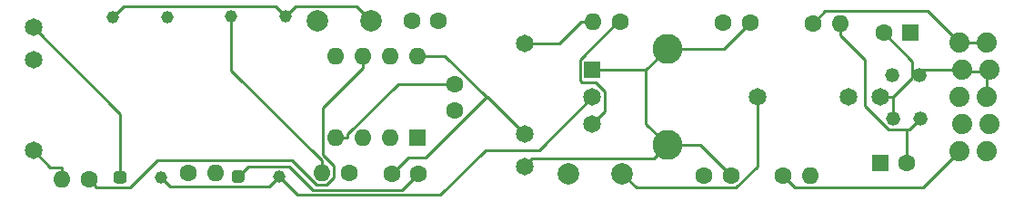
<source format=gbl>
G04 #@! TF.GenerationSoftware,KiCad,Pcbnew,5.1.4-e60b266~84~ubuntu18.04.1*
G04 #@! TF.CreationDate,2019-10-14T20:54:47+01:00*
G04 #@! TF.ProjectId,vcsk,7663736b-2e6b-4696-9361-645f70636258,rev?*
G04 #@! TF.SameCoordinates,Original*
G04 #@! TF.FileFunction,Copper,L2,Bot*
G04 #@! TF.FilePolarity,Positive*
%FSLAX46Y46*%
G04 Gerber Fmt 4.6, Leading zero omitted, Abs format (unit mm)*
G04 Created by KiCad (PCBNEW 5.1.4-e60b266~84~ubuntu18.04.1) date 2019-10-14 20:54:47*
%MOMM*%
%LPD*%
G04 APERTURE LIST*
%ADD10C,1.150000*%
%ADD11C,0.100000*%
%ADD12C,1.600000*%
%ADD13R,1.600000X1.600000*%
%ADD14O,1.600000X1.600000*%
%ADD15C,2.000000*%
%ADD16C,1.320800*%
%ADD17C,1.650000*%
%ADD18C,2.794000*%
%ADD19R,1.650000X1.650000*%
%ADD20C,1.879600*%
%ADD21C,0.250000*%
G04 APERTURE END LIST*
D10*
X117363000Y-112202000D03*
X118003000Y-97202000D03*
X112923000Y-97202000D03*
D11*
G36*
X113878680Y-111628384D02*
G01*
X113906588Y-111632524D01*
X113933957Y-111639380D01*
X113960521Y-111648885D01*
X113986027Y-111660948D01*
X114010226Y-111675452D01*
X114032888Y-111692259D01*
X114053793Y-111711207D01*
X114072741Y-111732112D01*
X114089548Y-111754774D01*
X114104052Y-111778973D01*
X114116115Y-111804479D01*
X114125620Y-111831043D01*
X114132476Y-111858412D01*
X114136616Y-111886320D01*
X114138000Y-111914500D01*
X114138000Y-112489500D01*
X114136616Y-112517680D01*
X114132476Y-112545588D01*
X114125620Y-112572957D01*
X114116115Y-112599521D01*
X114104052Y-112625027D01*
X114089548Y-112649226D01*
X114072741Y-112671888D01*
X114053793Y-112692793D01*
X114032888Y-112711741D01*
X114010226Y-112728548D01*
X113986027Y-112743052D01*
X113960521Y-112755115D01*
X113933957Y-112764620D01*
X113906588Y-112771476D01*
X113878680Y-112775616D01*
X113850500Y-112777000D01*
X113275500Y-112777000D01*
X113247320Y-112775616D01*
X113219412Y-112771476D01*
X113192043Y-112764620D01*
X113165479Y-112755115D01*
X113139973Y-112743052D01*
X113115774Y-112728548D01*
X113093112Y-112711741D01*
X113072207Y-112692793D01*
X113053259Y-112671888D01*
X113036452Y-112649226D01*
X113021948Y-112625027D01*
X113009885Y-112599521D01*
X113000380Y-112572957D01*
X112993524Y-112545588D01*
X112989384Y-112517680D01*
X112988000Y-112489500D01*
X112988000Y-111914500D01*
X112989384Y-111886320D01*
X112993524Y-111858412D01*
X113000380Y-111831043D01*
X113009885Y-111804479D01*
X113021948Y-111778973D01*
X113036452Y-111754774D01*
X113053259Y-111732112D01*
X113072207Y-111711207D01*
X113093112Y-111692259D01*
X113115774Y-111675452D01*
X113139973Y-111660948D01*
X113165479Y-111648885D01*
X113192043Y-111639380D01*
X113219412Y-111632524D01*
X113247320Y-111628384D01*
X113275500Y-111627000D01*
X113850500Y-111627000D01*
X113878680Y-111628384D01*
X113878680Y-111628384D01*
G37*
D10*
X113563000Y-112202000D03*
X128351000Y-112126000D03*
X128991000Y-97126000D03*
X123911000Y-97126000D03*
D11*
G36*
X124866680Y-111552384D02*
G01*
X124894588Y-111556524D01*
X124921957Y-111563380D01*
X124948521Y-111572885D01*
X124974027Y-111584948D01*
X124998226Y-111599452D01*
X125020888Y-111616259D01*
X125041793Y-111635207D01*
X125060741Y-111656112D01*
X125077548Y-111678774D01*
X125092052Y-111702973D01*
X125104115Y-111728479D01*
X125113620Y-111755043D01*
X125120476Y-111782412D01*
X125124616Y-111810320D01*
X125126000Y-111838500D01*
X125126000Y-112413500D01*
X125124616Y-112441680D01*
X125120476Y-112469588D01*
X125113620Y-112496957D01*
X125104115Y-112523521D01*
X125092052Y-112549027D01*
X125077548Y-112573226D01*
X125060741Y-112595888D01*
X125041793Y-112616793D01*
X125020888Y-112635741D01*
X124998226Y-112652548D01*
X124974027Y-112667052D01*
X124948521Y-112679115D01*
X124921957Y-112688620D01*
X124894588Y-112695476D01*
X124866680Y-112699616D01*
X124838500Y-112701000D01*
X124263500Y-112701000D01*
X124235320Y-112699616D01*
X124207412Y-112695476D01*
X124180043Y-112688620D01*
X124153479Y-112679115D01*
X124127973Y-112667052D01*
X124103774Y-112652548D01*
X124081112Y-112635741D01*
X124060207Y-112616793D01*
X124041259Y-112595888D01*
X124024452Y-112573226D01*
X124009948Y-112549027D01*
X123997885Y-112523521D01*
X123988380Y-112496957D01*
X123981524Y-112469588D01*
X123977384Y-112441680D01*
X123976000Y-112413500D01*
X123976000Y-111838500D01*
X123977384Y-111810320D01*
X123981524Y-111782412D01*
X123988380Y-111755043D01*
X123997885Y-111728479D01*
X124009948Y-111702973D01*
X124024452Y-111678774D01*
X124041259Y-111656112D01*
X124060207Y-111635207D01*
X124081112Y-111616259D01*
X124103774Y-111599452D01*
X124127973Y-111584948D01*
X124153479Y-111572885D01*
X124180043Y-111563380D01*
X124207412Y-111556524D01*
X124235320Y-111552384D01*
X124263500Y-111551000D01*
X124838500Y-111551000D01*
X124866680Y-111552384D01*
X124866680Y-111552384D01*
G37*
D10*
X124551000Y-112126000D03*
D12*
X186840000Y-110880000D03*
D13*
X184340000Y-110880000D03*
D12*
X184650000Y-98700000D03*
D13*
X187150000Y-98700000D03*
D12*
X140716000Y-97536000D03*
X143216000Y-97536000D03*
D14*
X122428000Y-111760000D03*
D12*
X119888000Y-111760000D03*
X134874000Y-111760000D03*
D14*
X132334000Y-111760000D03*
X141224000Y-100838000D03*
X133604000Y-108458000D03*
X138684000Y-100838000D03*
X136144000Y-108458000D03*
X136144000Y-100838000D03*
X138684000Y-108458000D03*
X133604000Y-100838000D03*
D13*
X141224000Y-108458000D03*
D14*
X177800000Y-112014000D03*
D12*
X175260000Y-112014000D03*
D14*
X180594000Y-97790000D03*
D12*
X178054000Y-97790000D03*
D14*
X108110000Y-112398000D03*
D12*
X110650000Y-112398000D03*
D14*
X157582000Y-97673200D03*
D12*
X160122000Y-97673200D03*
D15*
X131906000Y-97536000D03*
X136906000Y-97536000D03*
X155340000Y-111846000D03*
X160340000Y-111846000D03*
D12*
X138856000Y-111872000D03*
X141356000Y-111872000D03*
X144742000Y-103469000D03*
X144742000Y-105969000D03*
X167934000Y-112014000D03*
X170434000Y-112014000D03*
X172240000Y-97740000D03*
X169740000Y-97740000D03*
D16*
X185410000Y-102640000D03*
X187950000Y-102640000D03*
X185510000Y-106750000D03*
X188050000Y-106750000D03*
D17*
X105486000Y-98181000D03*
X105486000Y-101181000D03*
X105486000Y-109681000D03*
D18*
X164541000Y-100181000D03*
X164541000Y-109181000D03*
D17*
X157541000Y-107181000D03*
X157541000Y-104681000D03*
D19*
X157541000Y-102181000D03*
D17*
X151206000Y-111181000D03*
X151206000Y-108181000D03*
X151206000Y-99681000D03*
X184376000Y-104681000D03*
X181376000Y-104681000D03*
X172876000Y-104681000D03*
D20*
X191719000Y-109761000D03*
X191973000Y-107221000D03*
X191719000Y-104681000D03*
X191973000Y-102141000D03*
X191719000Y-99601000D03*
X194259000Y-109761000D03*
X194513000Y-107221000D03*
X194259000Y-104681000D03*
X194513000Y-102141000D03*
X194259000Y-99601000D03*
D21*
X113563000Y-112202000D02*
X113563000Y-106258000D01*
X113563000Y-106258000D02*
X105486000Y-98181000D01*
X187289500Y-102640000D02*
X187289500Y-102901500D01*
X187289500Y-102901500D02*
X185510000Y-104681000D01*
X184650000Y-98700000D02*
X187289500Y-101339500D01*
X187289500Y-101339500D02*
X187289500Y-102640000D01*
X187950000Y-102640000D02*
X187289500Y-102640000D01*
X185510000Y-104681000D02*
X184376000Y-104681000D01*
X185510000Y-104681000D02*
X185510000Y-106750000D01*
X141356000Y-111872000D02*
X139835600Y-113392400D01*
X139835600Y-113392400D02*
X131536500Y-113392400D01*
X131536500Y-113392400D02*
X129342900Y-111198800D01*
X129342900Y-111198800D02*
X125478200Y-111198800D01*
X125478200Y-111198800D02*
X124551000Y-112126000D01*
X194259000Y-102268000D02*
X194259000Y-104681000D01*
X194259000Y-102268000D02*
X192100000Y-102268000D01*
X192100000Y-102268000D02*
X191973000Y-102141000D01*
X194513000Y-102141000D02*
X194386000Y-102268000D01*
X194386000Y-102268000D02*
X194259000Y-102268000D01*
X191973000Y-102141000D02*
X188449000Y-102141000D01*
X188449000Y-102141000D02*
X187950000Y-102640000D01*
X172240000Y-97740000D02*
X169799000Y-100181000D01*
X169799000Y-100181000D02*
X164541000Y-100181000D01*
X164541000Y-109181000D02*
X167601000Y-109181000D01*
X167601000Y-109181000D02*
X170434000Y-112014000D01*
X162541000Y-102181000D02*
X162541000Y-107181000D01*
X162541000Y-107181000D02*
X164541000Y-109181000D01*
X162541000Y-102181000D02*
X164541000Y-100181000D01*
X157541000Y-102181000D02*
X162541000Y-102181000D01*
X164541000Y-109181000D02*
X163247800Y-110474200D01*
X163247800Y-110474200D02*
X151912800Y-110474200D01*
X151912800Y-110474200D02*
X151206000Y-111181000D01*
X147647800Y-104705200D02*
X147730200Y-104705200D01*
X147730200Y-104705200D02*
X151206000Y-108181000D01*
X138856000Y-111872000D02*
X140365400Y-110362600D01*
X140365400Y-110362600D02*
X141990400Y-110362600D01*
X141990400Y-110362600D02*
X147647800Y-104705200D01*
X147647800Y-104705200D02*
X143780500Y-100838000D01*
X143780500Y-100838000D02*
X141224000Y-100838000D01*
X186840000Y-107762500D02*
X185126300Y-107762500D01*
X185126300Y-107762500D02*
X182876100Y-105512300D01*
X182876100Y-105512300D02*
X182876100Y-101197400D01*
X182876100Y-101197400D02*
X180594000Y-98915300D01*
X188050000Y-106750000D02*
X187037500Y-107762500D01*
X187037500Y-107762500D02*
X186840000Y-107762500D01*
X186840000Y-107762500D02*
X186840000Y-110880000D01*
X180594000Y-97790000D02*
X180594000Y-98915300D01*
X133604000Y-108458000D02*
X134729300Y-108458000D01*
X144742000Y-103469000D02*
X139437000Y-103469000D01*
X139437000Y-103469000D02*
X134729300Y-108176700D01*
X134729300Y-108176700D02*
X134729300Y-108458000D01*
X136144000Y-100838000D02*
X136144000Y-101963300D01*
X136144000Y-101963300D02*
X132446400Y-105660900D01*
X132446400Y-105660900D02*
X132446400Y-110072200D01*
X132446400Y-110072200D02*
X133503900Y-111129700D01*
X133503900Y-111129700D02*
X133503900Y-112198700D01*
X133503900Y-112198700D02*
X132807100Y-112895500D01*
X132807100Y-112895500D02*
X131871500Y-112895500D01*
X131871500Y-112895500D02*
X129591900Y-110615900D01*
X129591900Y-110615900D02*
X117044500Y-110615900D01*
X117044500Y-110615900D02*
X114526100Y-113134300D01*
X114526100Y-113134300D02*
X111386300Y-113134300D01*
X111386300Y-113134300D02*
X110650000Y-112398000D01*
X128991000Y-97126000D02*
X128063300Y-96198300D01*
X128063300Y-96198300D02*
X113926700Y-96198300D01*
X113926700Y-96198300D02*
X112923000Y-97202000D01*
X136906000Y-97536000D02*
X135568300Y-96198300D01*
X135568300Y-96198300D02*
X129918700Y-96198300D01*
X129918700Y-96198300D02*
X128991000Y-97126000D01*
X191719000Y-99601000D02*
X188779100Y-96661100D01*
X188779100Y-96661100D02*
X179182900Y-96661100D01*
X179182900Y-96661100D02*
X178054000Y-97790000D01*
X194259000Y-99601000D02*
X191719000Y-99601000D01*
X191719000Y-109761000D02*
X188318600Y-113161400D01*
X188318600Y-113161400D02*
X176407400Y-113161400D01*
X176407400Y-113161400D02*
X175260000Y-112014000D01*
X157541000Y-107181000D02*
X158695300Y-106026700D01*
X158695300Y-106026700D02*
X158695300Y-104204000D01*
X158695300Y-104204000D02*
X157822700Y-103331400D01*
X157822700Y-103331400D02*
X156569600Y-103331400D01*
X156569600Y-103331400D02*
X156390600Y-103152400D01*
X156390600Y-103152400D02*
X156390600Y-101177300D01*
X156390600Y-101177300D02*
X159894700Y-97673200D01*
X159894700Y-97673200D02*
X160122000Y-97673200D01*
X128351000Y-112126000D02*
X130067800Y-113842800D01*
X130067800Y-113842800D02*
X143396800Y-113842800D01*
X143396800Y-113842800D02*
X147595300Y-109644300D01*
X147595300Y-109644300D02*
X152577700Y-109644300D01*
X152577700Y-109644300D02*
X157541000Y-104681000D01*
X128351000Y-112126000D02*
X127433100Y-113043900D01*
X127433100Y-113043900D02*
X118204900Y-113043900D01*
X118204900Y-113043900D02*
X117363000Y-112202000D01*
X172876000Y-104681000D02*
X172876000Y-111167300D01*
X172876000Y-111167300D02*
X170897300Y-113146000D01*
X170897300Y-113146000D02*
X161640000Y-113146000D01*
X161640000Y-113146000D02*
X160340000Y-111846000D01*
X132334000Y-111760000D02*
X132334000Y-110634700D01*
X132334000Y-110634700D02*
X123911000Y-102211700D01*
X123911000Y-102211700D02*
X123911000Y-97126000D01*
X108110000Y-112398000D02*
X108110000Y-111272700D01*
X105486000Y-109681000D02*
X107077700Y-111272700D01*
X107077700Y-111272700D02*
X108110000Y-111272700D01*
X157582000Y-97673200D02*
X156456700Y-97673200D01*
X151206000Y-99681000D02*
X154448900Y-99681000D01*
X154448900Y-99681000D02*
X156456700Y-97673200D01*
M02*

</source>
